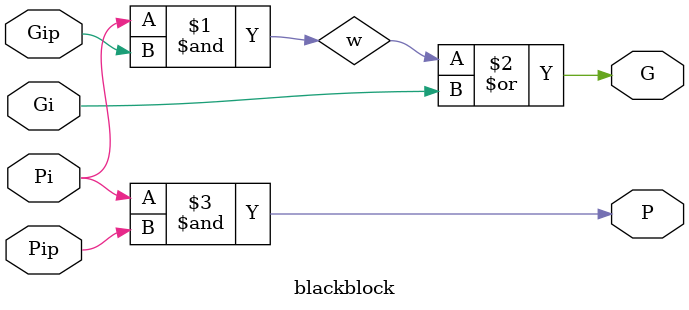
<source format=v>

module sixteenbit_sklansky_adder(
output [15:0] sum,
output cout,
input [15:0] a,b);
  
wire cin = 1'b0;
wire [15:0] c,g,p;
  
kgpchoose kgp[15:0](g, p, a, b);


//level 1
wire g1[15:0],p1[15:0];
 //g11,g12,g13,g14,g15,g16,g17,g18,g19,g110,g111,g112,g113,g114,g15,p11,p12,p13,p14,p15,p16,p17,p18,p19,p110,p111,p112,p113,p114,p115;
buff b10(g1[0],p1[0],g[0],p[0]);
greyblock b11(g1[1],p1[1],g[1],p[1],g[0],p[0]);
buff b12(g1[2],p1[2],g[2],p[2]);
blackblock b13(g1[3],p1[3],g[3],p[3],g[2],p[2]);
buff b14(g1[4],p1[4],g[4],p[4]);
blackblock b15(g1[5],p1[5],g[5],p[5],g[4],p[4]);
buff b16(g1[6],p1[6],g[6],p[6]);
blackblock b17(g1[7],p1[7],g[7],p[7],g[6],p[6]);
buff b18(g1[8],p1[8],g[8],p[8]);
blackblock b19(g1[9],p1[9],g[9],p[9],g[8],p[8]);
buff b110(g1[10],p1[10],g[10],p[10]);
blackblock b111(g1[11],p1[11],g[11],p[11],g[10],p[10]);
buff b112(g1[12],p1[12],g[12],p[12]);
blackblock b113(g1[13],p1[13],g[13],p[13],g[12],p[12]);
buff b114(g1[14],p1[14],g[14],p[14]);
blackblock b115(g1[15],p1[15],g[15],p[15],g[14],p[14]);

assign c[0]=g1[0];

//level 2

wire g2[15:1],p2[15:1];
//g21,g22,g23,g24,g25,g26,g27,g28,g29,g210,g211,g212,g213,g214,g215,p21,p22,p23,p24,p25,p26,p27,p28,p29,p210,p211,p212,p213,p214,p215;
buff b20(g2[1],p2[1],g1[1],p1[1]);
greyblock b21(g2[2],p2[2],g1[2],p1[2],g1[1],p1[1]);
greyblock b22(g2[3],p2[3],g1[3],p1[3],g1[1],p1[1]);
assign g2[4]=g1[4];
assign p2[4]=p1[4]; //as same wire is needed
buff b23(g2[5],p2[5],g1[5],p1[5]);
blackblock b24(g2[6],p2[6],g1[6],p1[6],g1[5],p1[5]);
blackblock b25(g2[7],p2[7],g1[7],p1[7],g1[5],p1[5]);
assign g2[8]=g1[8]; 
assign p2[8]=p1[8]; //as same wire is needed
buff b26(g2[9],p2[9],g1[9],p1[9]);
blackblock b27(g2[10],p2[10],g1[10],p1[10],g1[9],p1[9]);
blackblock b28(g2[11],p2[11],g1[11],p1[11],g1[9],p1[9]);
assign g2[12]=g1[12]; 
assign p2[12]=p1[12]; //as same wire is needed
buff b29(g2[13],p2[13],g1[13],p1[13]);
blackblock b210(g2[14],p2[14],g1[14],p1[14],g1[13],p1[13]);
blackblock b211(g2[15],p2[15],g1[15],p1[15],g1[13],p1[13]);

assign c[1]=g2[1];

//level 3
wire g3[15:2],p3[15:2];
buff b30(g3[2],p3[2],g2[2],p2[2]);
buff b31(g3[3],p3[3],g2[3],p2[3]);
greyblock b32(g3[4],p3[4],g2[4],p2[4],g2[3],p2[3]);
greyblock b33(g3[5],p3[5],g2[5],p2[5],g2[3],p2[3]);
greyblock b34(g3[6],p3[6],g2[6],p2[6],g2[3],p2[3]);
greyblock b35(g3[7],p3[7],g2[7],p2[7],g2[3],p2[3]);
assign g3[8]=g2[8]; 
assign p3[8]=p2[8]; 
assign g3[9]=g2[9]; 
assign p3[9]=p2[9]; //as same wire is needed
buff b36(g3[10],p3[10],g2[10],p2[10]);
buff b37(g3[11],p3[11],g2[11],p2[11]);
blackblock b38(g3[12],p3[12],g2[12],p2[12],g2[11],p2[11]);
blackblock b39(g3[13],p3[13],g2[13],p2[13],g2[11],p2[11]);
blackblock b310(g3[14],p3[14],g2[14],p2[14],g2[11],p2[11]);
blackblock b311(g3[15],p3[15],g2[15],p2[15],g2[11],p2[11]);
assign c[2]=g3[2];
assign c[3]=g3[3];

//level 4
wire g4[15:4],p4[15:4];
buff b40(g4[4],p4[4],g3[4],p3[4]);
buff b41(g4[5],p4[5],g3[5],p3[5]);
buff b42(g4[6],p4[6],g3[6],p3[6]);
buff b43(g4[7],p4[7],g3[7],p3[7]);
greyblock b45(g4[8],p4[8],g3[8],p3[8],g3[7],p3[7]);
greyblock b46(g4[9],p4[9],g3[9],p3[9],g3[7],p3[7]);
greyblock b47(g4[10],p4[10],g3[10],p3[10],g3[7],p3[7]);
greyblock b48(g4[11],p4[11],g3[11],p3[11],g3[7],p3[7]);
greyblock b49(g4[12],p4[12],g3[12],p3[12],g3[7],p3[7]);
greyblock b410(g4[13],p4[13],g3[13],p3[13],g3[7],p3[7]);
greyblock b411(g4[14],p4[14],g3[14],p3[14],g3[7],p3[7]);
greyblock b412(g4[15],p4[15],g3[15],p3[15],g3[7],p3[7]);

assign c[4]=g4[4];
assign c[5]=g4[5];
assign c[6]=g4[6];
assign c[7]=g4[7];
assign c[8]=g4[8];
assign c[9]=g4[9];
assign c[10]=g4[10];
assign c[11]=g4[11];
assign c[12]=g4[12];
assign c[13]=g4[13];
assign c[14]=g4[14];
assign c[15]=g4[15];


finaladder adder_0(sum[0],p[0],cin);
finaladder addr_1[15:1](sum[15:1],p[15:1],c[14:0]);
buf(cout,c[15]);
 


endmodule



module kgpchoose(
output G, P,
input Ai, Bi);
and(G, Ai, Bi);
xor(P, Ai, Bi);
endmodule

module finaladder(
output Si,
input Pi, Ci);
xor(Si, Pi, Ci);
endmodule


module buff(		//triangle
output Ci,Di,
input Gi,Pi);
//buf(Ci, Gi);
assign Ci=Gi;
assign Di=Pi;
endmodule

module greyblock(output G, P, input Gi, Pi, Gip, Pip);
wire w;
and(w, Pi, Gip);
or(G, w, Gi);
endmodule

module blackblock(output G, P, input Gi, Pi, Gip, Pip);
wire w;
and(w, Pi, Gip);
or(G, w, Gi);
and(P, Pi, Pip);
endmodule

</source>
